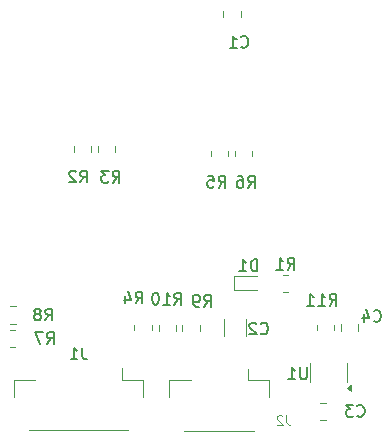
<source format=gbr>
%TF.GenerationSoftware,KiCad,Pcbnew,8.0.4+1*%
%TF.CreationDate,2024-10-18T12:55:20+00:00*%
%TF.ProjectId,TFGPSLITE01,54464750-534c-4495-9445-30312e6b6963,rev?*%
%TF.SameCoordinates,Original*%
%TF.FileFunction,Legend,Bot*%
%TF.FilePolarity,Positive*%
%FSLAX46Y46*%
G04 Gerber Fmt 4.6, Leading zero omitted, Abs format (unit mm)*
G04 Created by KiCad (PCBNEW 8.0.4+1) date 2024-10-18 12:55:20*
%MOMM*%
%LPD*%
G01*
G04 APERTURE LIST*
%ADD10C,0.150000*%
%ADD11C,0.100000*%
%ADD12C,0.120000*%
G04 APERTURE END LIST*
D10*
X129306666Y-103654819D02*
X129639999Y-103178628D01*
X129878094Y-103654819D02*
X129878094Y-102654819D01*
X129878094Y-102654819D02*
X129497142Y-102654819D01*
X129497142Y-102654819D02*
X129401904Y-102702438D01*
X129401904Y-102702438D02*
X129354285Y-102750057D01*
X129354285Y-102750057D02*
X129306666Y-102845295D01*
X129306666Y-102845295D02*
X129306666Y-102988152D01*
X129306666Y-102988152D02*
X129354285Y-103083390D01*
X129354285Y-103083390D02*
X129401904Y-103131009D01*
X129401904Y-103131009D02*
X129497142Y-103178628D01*
X129497142Y-103178628D02*
X129878094Y-103178628D01*
X128925713Y-102750057D02*
X128878094Y-102702438D01*
X128878094Y-102702438D02*
X128782856Y-102654819D01*
X128782856Y-102654819D02*
X128544761Y-102654819D01*
X128544761Y-102654819D02*
X128449523Y-102702438D01*
X128449523Y-102702438D02*
X128401904Y-102750057D01*
X128401904Y-102750057D02*
X128354285Y-102845295D01*
X128354285Y-102845295D02*
X128354285Y-102940533D01*
X128354285Y-102940533D02*
X128401904Y-103083390D01*
X128401904Y-103083390D02*
X128973332Y-103654819D01*
X128973332Y-103654819D02*
X128354285Y-103654819D01*
X139786666Y-114174819D02*
X140119999Y-113698628D01*
X140358094Y-114174819D02*
X140358094Y-113174819D01*
X140358094Y-113174819D02*
X139977142Y-113174819D01*
X139977142Y-113174819D02*
X139881904Y-113222438D01*
X139881904Y-113222438D02*
X139834285Y-113270057D01*
X139834285Y-113270057D02*
X139786666Y-113365295D01*
X139786666Y-113365295D02*
X139786666Y-113508152D01*
X139786666Y-113508152D02*
X139834285Y-113603390D01*
X139834285Y-113603390D02*
X139881904Y-113651009D01*
X139881904Y-113651009D02*
X139977142Y-113698628D01*
X139977142Y-113698628D02*
X140358094Y-113698628D01*
X139310475Y-114174819D02*
X139119999Y-114174819D01*
X139119999Y-114174819D02*
X139024761Y-114127200D01*
X139024761Y-114127200D02*
X138977142Y-114079580D01*
X138977142Y-114079580D02*
X138881904Y-113936723D01*
X138881904Y-113936723D02*
X138834285Y-113746247D01*
X138834285Y-113746247D02*
X138834285Y-113365295D01*
X138834285Y-113365295D02*
X138881904Y-113270057D01*
X138881904Y-113270057D02*
X138929523Y-113222438D01*
X138929523Y-113222438D02*
X139024761Y-113174819D01*
X139024761Y-113174819D02*
X139215237Y-113174819D01*
X139215237Y-113174819D02*
X139310475Y-113222438D01*
X139310475Y-113222438D02*
X139358094Y-113270057D01*
X139358094Y-113270057D02*
X139405713Y-113365295D01*
X139405713Y-113365295D02*
X139405713Y-113603390D01*
X139405713Y-113603390D02*
X139358094Y-113698628D01*
X139358094Y-113698628D02*
X139310475Y-113746247D01*
X139310475Y-113746247D02*
X139215237Y-113793866D01*
X139215237Y-113793866D02*
X139024761Y-113793866D01*
X139024761Y-113793866D02*
X138929523Y-113746247D01*
X138929523Y-113746247D02*
X138881904Y-113698628D01*
X138881904Y-113698628D02*
X138834285Y-113603390D01*
X143496666Y-104104819D02*
X143829999Y-103628628D01*
X144068094Y-104104819D02*
X144068094Y-103104819D01*
X144068094Y-103104819D02*
X143687142Y-103104819D01*
X143687142Y-103104819D02*
X143591904Y-103152438D01*
X143591904Y-103152438D02*
X143544285Y-103200057D01*
X143544285Y-103200057D02*
X143496666Y-103295295D01*
X143496666Y-103295295D02*
X143496666Y-103438152D01*
X143496666Y-103438152D02*
X143544285Y-103533390D01*
X143544285Y-103533390D02*
X143591904Y-103581009D01*
X143591904Y-103581009D02*
X143687142Y-103628628D01*
X143687142Y-103628628D02*
X144068094Y-103628628D01*
X142639523Y-103104819D02*
X142829999Y-103104819D01*
X142829999Y-103104819D02*
X142925237Y-103152438D01*
X142925237Y-103152438D02*
X142972856Y-103200057D01*
X142972856Y-103200057D02*
X143068094Y-103342914D01*
X143068094Y-103342914D02*
X143115713Y-103533390D01*
X143115713Y-103533390D02*
X143115713Y-103914342D01*
X143115713Y-103914342D02*
X143068094Y-104009580D01*
X143068094Y-104009580D02*
X143020475Y-104057200D01*
X143020475Y-104057200D02*
X142925237Y-104104819D01*
X142925237Y-104104819D02*
X142734761Y-104104819D01*
X142734761Y-104104819D02*
X142639523Y-104057200D01*
X142639523Y-104057200D02*
X142591904Y-104009580D01*
X142591904Y-104009580D02*
X142544285Y-103914342D01*
X142544285Y-103914342D02*
X142544285Y-103676247D01*
X142544285Y-103676247D02*
X142591904Y-103581009D01*
X142591904Y-103581009D02*
X142639523Y-103533390D01*
X142639523Y-103533390D02*
X142734761Y-103485771D01*
X142734761Y-103485771D02*
X142925237Y-103485771D01*
X142925237Y-103485771D02*
X143020475Y-103533390D01*
X143020475Y-103533390D02*
X143068094Y-103581009D01*
X143068094Y-103581009D02*
X143115713Y-103676247D01*
X141006666Y-104094819D02*
X141339999Y-103618628D01*
X141578094Y-104094819D02*
X141578094Y-103094819D01*
X141578094Y-103094819D02*
X141197142Y-103094819D01*
X141197142Y-103094819D02*
X141101904Y-103142438D01*
X141101904Y-103142438D02*
X141054285Y-103190057D01*
X141054285Y-103190057D02*
X141006666Y-103285295D01*
X141006666Y-103285295D02*
X141006666Y-103428152D01*
X141006666Y-103428152D02*
X141054285Y-103523390D01*
X141054285Y-103523390D02*
X141101904Y-103571009D01*
X141101904Y-103571009D02*
X141197142Y-103618628D01*
X141197142Y-103618628D02*
X141578094Y-103618628D01*
X140101904Y-103094819D02*
X140578094Y-103094819D01*
X140578094Y-103094819D02*
X140625713Y-103571009D01*
X140625713Y-103571009D02*
X140578094Y-103523390D01*
X140578094Y-103523390D02*
X140482856Y-103475771D01*
X140482856Y-103475771D02*
X140244761Y-103475771D01*
X140244761Y-103475771D02*
X140149523Y-103523390D01*
X140149523Y-103523390D02*
X140101904Y-103571009D01*
X140101904Y-103571009D02*
X140054285Y-103666247D01*
X140054285Y-103666247D02*
X140054285Y-103904342D01*
X140054285Y-103904342D02*
X140101904Y-103999580D01*
X140101904Y-103999580D02*
X140149523Y-104047200D01*
X140149523Y-104047200D02*
X140244761Y-104094819D01*
X140244761Y-104094819D02*
X140482856Y-104094819D01*
X140482856Y-104094819D02*
X140578094Y-104047200D01*
X140578094Y-104047200D02*
X140625713Y-103999580D01*
X132036666Y-103664819D02*
X132369999Y-103188628D01*
X132608094Y-103664819D02*
X132608094Y-102664819D01*
X132608094Y-102664819D02*
X132227142Y-102664819D01*
X132227142Y-102664819D02*
X132131904Y-102712438D01*
X132131904Y-102712438D02*
X132084285Y-102760057D01*
X132084285Y-102760057D02*
X132036666Y-102855295D01*
X132036666Y-102855295D02*
X132036666Y-102998152D01*
X132036666Y-102998152D02*
X132084285Y-103093390D01*
X132084285Y-103093390D02*
X132131904Y-103141009D01*
X132131904Y-103141009D02*
X132227142Y-103188628D01*
X132227142Y-103188628D02*
X132608094Y-103188628D01*
X131703332Y-102664819D02*
X131084285Y-102664819D01*
X131084285Y-102664819D02*
X131417618Y-103045771D01*
X131417618Y-103045771D02*
X131274761Y-103045771D01*
X131274761Y-103045771D02*
X131179523Y-103093390D01*
X131179523Y-103093390D02*
X131131904Y-103141009D01*
X131131904Y-103141009D02*
X131084285Y-103236247D01*
X131084285Y-103236247D02*
X131084285Y-103474342D01*
X131084285Y-103474342D02*
X131131904Y-103569580D01*
X131131904Y-103569580D02*
X131179523Y-103617200D01*
X131179523Y-103617200D02*
X131274761Y-103664819D01*
X131274761Y-103664819D02*
X131560475Y-103664819D01*
X131560475Y-103664819D02*
X131655713Y-103617200D01*
X131655713Y-103617200D02*
X131703332Y-103569580D01*
X146846666Y-111034819D02*
X147179999Y-110558628D01*
X147418094Y-111034819D02*
X147418094Y-110034819D01*
X147418094Y-110034819D02*
X147037142Y-110034819D01*
X147037142Y-110034819D02*
X146941904Y-110082438D01*
X146941904Y-110082438D02*
X146894285Y-110130057D01*
X146894285Y-110130057D02*
X146846666Y-110225295D01*
X146846666Y-110225295D02*
X146846666Y-110368152D01*
X146846666Y-110368152D02*
X146894285Y-110463390D01*
X146894285Y-110463390D02*
X146941904Y-110511009D01*
X146941904Y-110511009D02*
X147037142Y-110558628D01*
X147037142Y-110558628D02*
X147418094Y-110558628D01*
X145894285Y-111034819D02*
X146465713Y-111034819D01*
X146179999Y-111034819D02*
X146179999Y-110034819D01*
X146179999Y-110034819D02*
X146275237Y-110177676D01*
X146275237Y-110177676D02*
X146370475Y-110272914D01*
X146370475Y-110272914D02*
X146465713Y-110320533D01*
X148491904Y-119304819D02*
X148491904Y-120114342D01*
X148491904Y-120114342D02*
X148444285Y-120209580D01*
X148444285Y-120209580D02*
X148396666Y-120257200D01*
X148396666Y-120257200D02*
X148301428Y-120304819D01*
X148301428Y-120304819D02*
X148110952Y-120304819D01*
X148110952Y-120304819D02*
X148015714Y-120257200D01*
X148015714Y-120257200D02*
X147968095Y-120209580D01*
X147968095Y-120209580D02*
X147920476Y-120114342D01*
X147920476Y-120114342D02*
X147920476Y-119304819D01*
X146920476Y-120304819D02*
X147491904Y-120304819D01*
X147206190Y-120304819D02*
X147206190Y-119304819D01*
X147206190Y-119304819D02*
X147301428Y-119447676D01*
X147301428Y-119447676D02*
X147396666Y-119542914D01*
X147396666Y-119542914D02*
X147491904Y-119590533D01*
X142916666Y-92149580D02*
X142964285Y-92197200D01*
X142964285Y-92197200D02*
X143107142Y-92244819D01*
X143107142Y-92244819D02*
X143202380Y-92244819D01*
X143202380Y-92244819D02*
X143345237Y-92197200D01*
X143345237Y-92197200D02*
X143440475Y-92101961D01*
X143440475Y-92101961D02*
X143488094Y-92006723D01*
X143488094Y-92006723D02*
X143535713Y-91816247D01*
X143535713Y-91816247D02*
X143535713Y-91673390D01*
X143535713Y-91673390D02*
X143488094Y-91482914D01*
X143488094Y-91482914D02*
X143440475Y-91387676D01*
X143440475Y-91387676D02*
X143345237Y-91292438D01*
X143345237Y-91292438D02*
X143202380Y-91244819D01*
X143202380Y-91244819D02*
X143107142Y-91244819D01*
X143107142Y-91244819D02*
X142964285Y-91292438D01*
X142964285Y-91292438D02*
X142916666Y-91340057D01*
X141964285Y-92244819D02*
X142535713Y-92244819D01*
X142249999Y-92244819D02*
X142249999Y-91244819D01*
X142249999Y-91244819D02*
X142345237Y-91387676D01*
X142345237Y-91387676D02*
X142440475Y-91482914D01*
X142440475Y-91482914D02*
X142535713Y-91530533D01*
X137272857Y-113994819D02*
X137606190Y-113518628D01*
X137844285Y-113994819D02*
X137844285Y-112994819D01*
X137844285Y-112994819D02*
X137463333Y-112994819D01*
X137463333Y-112994819D02*
X137368095Y-113042438D01*
X137368095Y-113042438D02*
X137320476Y-113090057D01*
X137320476Y-113090057D02*
X137272857Y-113185295D01*
X137272857Y-113185295D02*
X137272857Y-113328152D01*
X137272857Y-113328152D02*
X137320476Y-113423390D01*
X137320476Y-113423390D02*
X137368095Y-113471009D01*
X137368095Y-113471009D02*
X137463333Y-113518628D01*
X137463333Y-113518628D02*
X137844285Y-113518628D01*
X136320476Y-113994819D02*
X136891904Y-113994819D01*
X136606190Y-113994819D02*
X136606190Y-112994819D01*
X136606190Y-112994819D02*
X136701428Y-113137676D01*
X136701428Y-113137676D02*
X136796666Y-113232914D01*
X136796666Y-113232914D02*
X136891904Y-113280533D01*
X135701428Y-112994819D02*
X135606190Y-112994819D01*
X135606190Y-112994819D02*
X135510952Y-113042438D01*
X135510952Y-113042438D02*
X135463333Y-113090057D01*
X135463333Y-113090057D02*
X135415714Y-113185295D01*
X135415714Y-113185295D02*
X135368095Y-113375771D01*
X135368095Y-113375771D02*
X135368095Y-113613866D01*
X135368095Y-113613866D02*
X135415714Y-113804342D01*
X135415714Y-113804342D02*
X135463333Y-113899580D01*
X135463333Y-113899580D02*
X135510952Y-113947200D01*
X135510952Y-113947200D02*
X135606190Y-113994819D01*
X135606190Y-113994819D02*
X135701428Y-113994819D01*
X135701428Y-113994819D02*
X135796666Y-113947200D01*
X135796666Y-113947200D02*
X135844285Y-113899580D01*
X135844285Y-113899580D02*
X135891904Y-113804342D01*
X135891904Y-113804342D02*
X135939523Y-113613866D01*
X135939523Y-113613866D02*
X135939523Y-113375771D01*
X135939523Y-113375771D02*
X135891904Y-113185295D01*
X135891904Y-113185295D02*
X135844285Y-113090057D01*
X135844285Y-113090057D02*
X135796666Y-113042438D01*
X135796666Y-113042438D02*
X135701428Y-112994819D01*
X126476666Y-117334819D02*
X126809999Y-116858628D01*
X127048094Y-117334819D02*
X127048094Y-116334819D01*
X127048094Y-116334819D02*
X126667142Y-116334819D01*
X126667142Y-116334819D02*
X126571904Y-116382438D01*
X126571904Y-116382438D02*
X126524285Y-116430057D01*
X126524285Y-116430057D02*
X126476666Y-116525295D01*
X126476666Y-116525295D02*
X126476666Y-116668152D01*
X126476666Y-116668152D02*
X126524285Y-116763390D01*
X126524285Y-116763390D02*
X126571904Y-116811009D01*
X126571904Y-116811009D02*
X126667142Y-116858628D01*
X126667142Y-116858628D02*
X127048094Y-116858628D01*
X126143332Y-116334819D02*
X125476666Y-116334819D01*
X125476666Y-116334819D02*
X125905237Y-117334819D01*
X133976666Y-113904819D02*
X134309999Y-113428628D01*
X134548094Y-113904819D02*
X134548094Y-112904819D01*
X134548094Y-112904819D02*
X134167142Y-112904819D01*
X134167142Y-112904819D02*
X134071904Y-112952438D01*
X134071904Y-112952438D02*
X134024285Y-113000057D01*
X134024285Y-113000057D02*
X133976666Y-113095295D01*
X133976666Y-113095295D02*
X133976666Y-113238152D01*
X133976666Y-113238152D02*
X134024285Y-113333390D01*
X134024285Y-113333390D02*
X134071904Y-113381009D01*
X134071904Y-113381009D02*
X134167142Y-113428628D01*
X134167142Y-113428628D02*
X134548094Y-113428628D01*
X133119523Y-113238152D02*
X133119523Y-113904819D01*
X133357618Y-112857200D02*
X133595713Y-113571485D01*
X133595713Y-113571485D02*
X132976666Y-113571485D01*
X154146666Y-115359580D02*
X154194285Y-115407200D01*
X154194285Y-115407200D02*
X154337142Y-115454819D01*
X154337142Y-115454819D02*
X154432380Y-115454819D01*
X154432380Y-115454819D02*
X154575237Y-115407200D01*
X154575237Y-115407200D02*
X154670475Y-115311961D01*
X154670475Y-115311961D02*
X154718094Y-115216723D01*
X154718094Y-115216723D02*
X154765713Y-115026247D01*
X154765713Y-115026247D02*
X154765713Y-114883390D01*
X154765713Y-114883390D02*
X154718094Y-114692914D01*
X154718094Y-114692914D02*
X154670475Y-114597676D01*
X154670475Y-114597676D02*
X154575237Y-114502438D01*
X154575237Y-114502438D02*
X154432380Y-114454819D01*
X154432380Y-114454819D02*
X154337142Y-114454819D01*
X154337142Y-114454819D02*
X154194285Y-114502438D01*
X154194285Y-114502438D02*
X154146666Y-114550057D01*
X153289523Y-114788152D02*
X153289523Y-115454819D01*
X153527618Y-114407200D02*
X153765713Y-115121485D01*
X153765713Y-115121485D02*
X153146666Y-115121485D01*
X144298094Y-111174819D02*
X144298094Y-110174819D01*
X144298094Y-110174819D02*
X144059999Y-110174819D01*
X144059999Y-110174819D02*
X143917142Y-110222438D01*
X143917142Y-110222438D02*
X143821904Y-110317676D01*
X143821904Y-110317676D02*
X143774285Y-110412914D01*
X143774285Y-110412914D02*
X143726666Y-110603390D01*
X143726666Y-110603390D02*
X143726666Y-110746247D01*
X143726666Y-110746247D02*
X143774285Y-110936723D01*
X143774285Y-110936723D02*
X143821904Y-111031961D01*
X143821904Y-111031961D02*
X143917142Y-111127200D01*
X143917142Y-111127200D02*
X144059999Y-111174819D01*
X144059999Y-111174819D02*
X144298094Y-111174819D01*
X142774285Y-111174819D02*
X143345713Y-111174819D01*
X143059999Y-111174819D02*
X143059999Y-110174819D01*
X143059999Y-110174819D02*
X143155237Y-110317676D01*
X143155237Y-110317676D02*
X143250475Y-110412914D01*
X143250475Y-110412914D02*
X143345713Y-110460533D01*
X152746666Y-123389580D02*
X152794285Y-123437200D01*
X152794285Y-123437200D02*
X152937142Y-123484819D01*
X152937142Y-123484819D02*
X153032380Y-123484819D01*
X153032380Y-123484819D02*
X153175237Y-123437200D01*
X153175237Y-123437200D02*
X153270475Y-123341961D01*
X153270475Y-123341961D02*
X153318094Y-123246723D01*
X153318094Y-123246723D02*
X153365713Y-123056247D01*
X153365713Y-123056247D02*
X153365713Y-122913390D01*
X153365713Y-122913390D02*
X153318094Y-122722914D01*
X153318094Y-122722914D02*
X153270475Y-122627676D01*
X153270475Y-122627676D02*
X153175237Y-122532438D01*
X153175237Y-122532438D02*
X153032380Y-122484819D01*
X153032380Y-122484819D02*
X152937142Y-122484819D01*
X152937142Y-122484819D02*
X152794285Y-122532438D01*
X152794285Y-122532438D02*
X152746666Y-122580057D01*
X152413332Y-122484819D02*
X151794285Y-122484819D01*
X151794285Y-122484819D02*
X152127618Y-122865771D01*
X152127618Y-122865771D02*
X151984761Y-122865771D01*
X151984761Y-122865771D02*
X151889523Y-122913390D01*
X151889523Y-122913390D02*
X151841904Y-122961009D01*
X151841904Y-122961009D02*
X151794285Y-123056247D01*
X151794285Y-123056247D02*
X151794285Y-123294342D01*
X151794285Y-123294342D02*
X151841904Y-123389580D01*
X151841904Y-123389580D02*
X151889523Y-123437200D01*
X151889523Y-123437200D02*
X151984761Y-123484819D01*
X151984761Y-123484819D02*
X152270475Y-123484819D01*
X152270475Y-123484819D02*
X152365713Y-123437200D01*
X152365713Y-123437200D02*
X152413332Y-123389580D01*
X129473333Y-117634819D02*
X129473333Y-118349104D01*
X129473333Y-118349104D02*
X129520952Y-118491961D01*
X129520952Y-118491961D02*
X129616190Y-118587200D01*
X129616190Y-118587200D02*
X129759047Y-118634819D01*
X129759047Y-118634819D02*
X129854285Y-118634819D01*
X128473333Y-118634819D02*
X129044761Y-118634819D01*
X128759047Y-118634819D02*
X128759047Y-117634819D01*
X128759047Y-117634819D02*
X128854285Y-117777676D01*
X128854285Y-117777676D02*
X128949523Y-117872914D01*
X128949523Y-117872914D02*
X129044761Y-117920533D01*
X126346666Y-115334819D02*
X126679999Y-114858628D01*
X126918094Y-115334819D02*
X126918094Y-114334819D01*
X126918094Y-114334819D02*
X126537142Y-114334819D01*
X126537142Y-114334819D02*
X126441904Y-114382438D01*
X126441904Y-114382438D02*
X126394285Y-114430057D01*
X126394285Y-114430057D02*
X126346666Y-114525295D01*
X126346666Y-114525295D02*
X126346666Y-114668152D01*
X126346666Y-114668152D02*
X126394285Y-114763390D01*
X126394285Y-114763390D02*
X126441904Y-114811009D01*
X126441904Y-114811009D02*
X126537142Y-114858628D01*
X126537142Y-114858628D02*
X126918094Y-114858628D01*
X125775237Y-114763390D02*
X125870475Y-114715771D01*
X125870475Y-114715771D02*
X125918094Y-114668152D01*
X125918094Y-114668152D02*
X125965713Y-114572914D01*
X125965713Y-114572914D02*
X125965713Y-114525295D01*
X125965713Y-114525295D02*
X125918094Y-114430057D01*
X125918094Y-114430057D02*
X125870475Y-114382438D01*
X125870475Y-114382438D02*
X125775237Y-114334819D01*
X125775237Y-114334819D02*
X125584761Y-114334819D01*
X125584761Y-114334819D02*
X125489523Y-114382438D01*
X125489523Y-114382438D02*
X125441904Y-114430057D01*
X125441904Y-114430057D02*
X125394285Y-114525295D01*
X125394285Y-114525295D02*
X125394285Y-114572914D01*
X125394285Y-114572914D02*
X125441904Y-114668152D01*
X125441904Y-114668152D02*
X125489523Y-114715771D01*
X125489523Y-114715771D02*
X125584761Y-114763390D01*
X125584761Y-114763390D02*
X125775237Y-114763390D01*
X125775237Y-114763390D02*
X125870475Y-114811009D01*
X125870475Y-114811009D02*
X125918094Y-114858628D01*
X125918094Y-114858628D02*
X125965713Y-114953866D01*
X125965713Y-114953866D02*
X125965713Y-115144342D01*
X125965713Y-115144342D02*
X125918094Y-115239580D01*
X125918094Y-115239580D02*
X125870475Y-115287200D01*
X125870475Y-115287200D02*
X125775237Y-115334819D01*
X125775237Y-115334819D02*
X125584761Y-115334819D01*
X125584761Y-115334819D02*
X125489523Y-115287200D01*
X125489523Y-115287200D02*
X125441904Y-115239580D01*
X125441904Y-115239580D02*
X125394285Y-115144342D01*
X125394285Y-115144342D02*
X125394285Y-114953866D01*
X125394285Y-114953866D02*
X125441904Y-114858628D01*
X125441904Y-114858628D02*
X125489523Y-114811009D01*
X125489523Y-114811009D02*
X125584761Y-114763390D01*
D11*
X146746666Y-123354895D02*
X146746666Y-123926323D01*
X146746666Y-123926323D02*
X146784761Y-124040609D01*
X146784761Y-124040609D02*
X146860952Y-124116800D01*
X146860952Y-124116800D02*
X146975237Y-124154895D01*
X146975237Y-124154895D02*
X147051428Y-124154895D01*
X146403809Y-123431085D02*
X146365713Y-123392990D01*
X146365713Y-123392990D02*
X146289523Y-123354895D01*
X146289523Y-123354895D02*
X146099047Y-123354895D01*
X146099047Y-123354895D02*
X146022856Y-123392990D01*
X146022856Y-123392990D02*
X145984761Y-123431085D01*
X145984761Y-123431085D02*
X145946666Y-123507276D01*
X145946666Y-123507276D02*
X145946666Y-123583466D01*
X145946666Y-123583466D02*
X145984761Y-123697752D01*
X145984761Y-123697752D02*
X146441904Y-124154895D01*
X146441904Y-124154895D02*
X145946666Y-124154895D01*
D10*
X144576666Y-116429580D02*
X144624285Y-116477200D01*
X144624285Y-116477200D02*
X144767142Y-116524819D01*
X144767142Y-116524819D02*
X144862380Y-116524819D01*
X144862380Y-116524819D02*
X145005237Y-116477200D01*
X145005237Y-116477200D02*
X145100475Y-116381961D01*
X145100475Y-116381961D02*
X145148094Y-116286723D01*
X145148094Y-116286723D02*
X145195713Y-116096247D01*
X145195713Y-116096247D02*
X145195713Y-115953390D01*
X145195713Y-115953390D02*
X145148094Y-115762914D01*
X145148094Y-115762914D02*
X145100475Y-115667676D01*
X145100475Y-115667676D02*
X145005237Y-115572438D01*
X145005237Y-115572438D02*
X144862380Y-115524819D01*
X144862380Y-115524819D02*
X144767142Y-115524819D01*
X144767142Y-115524819D02*
X144624285Y-115572438D01*
X144624285Y-115572438D02*
X144576666Y-115620057D01*
X144195713Y-115620057D02*
X144148094Y-115572438D01*
X144148094Y-115572438D02*
X144052856Y-115524819D01*
X144052856Y-115524819D02*
X143814761Y-115524819D01*
X143814761Y-115524819D02*
X143719523Y-115572438D01*
X143719523Y-115572438D02*
X143671904Y-115620057D01*
X143671904Y-115620057D02*
X143624285Y-115715295D01*
X143624285Y-115715295D02*
X143624285Y-115810533D01*
X143624285Y-115810533D02*
X143671904Y-115953390D01*
X143671904Y-115953390D02*
X144243332Y-116524819D01*
X144243332Y-116524819D02*
X143624285Y-116524819D01*
X150402857Y-114084819D02*
X150736190Y-113608628D01*
X150974285Y-114084819D02*
X150974285Y-113084819D01*
X150974285Y-113084819D02*
X150593333Y-113084819D01*
X150593333Y-113084819D02*
X150498095Y-113132438D01*
X150498095Y-113132438D02*
X150450476Y-113180057D01*
X150450476Y-113180057D02*
X150402857Y-113275295D01*
X150402857Y-113275295D02*
X150402857Y-113418152D01*
X150402857Y-113418152D02*
X150450476Y-113513390D01*
X150450476Y-113513390D02*
X150498095Y-113561009D01*
X150498095Y-113561009D02*
X150593333Y-113608628D01*
X150593333Y-113608628D02*
X150974285Y-113608628D01*
X149450476Y-114084819D02*
X150021904Y-114084819D01*
X149736190Y-114084819D02*
X149736190Y-113084819D01*
X149736190Y-113084819D02*
X149831428Y-113227676D01*
X149831428Y-113227676D02*
X149926666Y-113322914D01*
X149926666Y-113322914D02*
X150021904Y-113370533D01*
X148498095Y-114084819D02*
X149069523Y-114084819D01*
X148783809Y-114084819D02*
X148783809Y-113084819D01*
X148783809Y-113084819D02*
X148879047Y-113227676D01*
X148879047Y-113227676D02*
X148974285Y-113322914D01*
X148974285Y-113322914D02*
X149069523Y-113370533D01*
D12*
%TO.C,R2*%
X128765000Y-101047064D02*
X128765000Y-100592936D01*
X130235000Y-101047064D02*
X130235000Y-100592936D01*
%TO.C,R9*%
X137955000Y-115752936D02*
X137955000Y-116207064D01*
X139425000Y-115752936D02*
X139425000Y-116207064D01*
%TO.C,R6*%
X142395000Y-101002936D02*
X142395000Y-101457064D01*
X143865000Y-101002936D02*
X143865000Y-101457064D01*
%TO.C,R5*%
X140365000Y-100992936D02*
X140365000Y-101447064D01*
X141835000Y-100992936D02*
X141835000Y-101447064D01*
%TO.C,R3*%
X130775000Y-101047064D02*
X130775000Y-100592936D01*
X132245000Y-101047064D02*
X132245000Y-100592936D01*
%TO.C,R1*%
X146452936Y-111495000D02*
X146907064Y-111495000D01*
X146452936Y-112965000D02*
X146907064Y-112965000D01*
%TO.C,U1*%
X148792500Y-118985000D02*
X148792500Y-119785000D01*
X148792500Y-120585000D02*
X148792500Y-119785000D01*
X151912500Y-118985000D02*
X151912500Y-119785000D01*
X151912500Y-120585000D02*
X151912500Y-119785000D01*
X152192500Y-121325000D02*
X151862500Y-121085000D01*
X152192500Y-120845000D01*
X152192500Y-121325000D01*
G36*
X152192500Y-121325000D02*
G01*
X151862500Y-121085000D01*
X152192500Y-120845000D01*
X152192500Y-121325000D01*
G37*
%TO.C,C1*%
X141405000Y-89118748D02*
X141405000Y-89641252D01*
X142875000Y-89118748D02*
X142875000Y-89641252D01*
%TO.C,R10*%
X135925000Y-115742936D02*
X135925000Y-116197064D01*
X137395000Y-115742936D02*
X137395000Y-116197064D01*
%TO.C,R7*%
X123807064Y-116135000D02*
X123352936Y-116135000D01*
X123807064Y-117605000D02*
X123352936Y-117605000D01*
%TO.C,R4*%
X133885000Y-116167064D02*
X133885000Y-115712936D01*
X135355000Y-116167064D02*
X135355000Y-115712936D01*
%TO.C,C4*%
X151355000Y-115683748D02*
X151355000Y-116206252D01*
X152825000Y-115683748D02*
X152825000Y-116206252D01*
%TO.C,D1*%
X142297500Y-111580000D02*
X142297500Y-112780000D01*
X142297500Y-111580000D02*
X144257500Y-111580000D01*
X142297500Y-112780000D02*
X144257500Y-112780000D01*
%TO.C,C3*%
X150083752Y-122310000D02*
X149561248Y-122310000D01*
X150083752Y-123780000D02*
X149561248Y-123780000D01*
%TO.C,J1*%
X123655000Y-120370000D02*
X123655000Y-121820000D01*
X124925000Y-124640000D02*
X133355000Y-124640000D01*
X125455000Y-120370000D02*
X123655000Y-120370000D01*
X132825000Y-119380000D02*
X132825000Y-120370000D01*
X132825000Y-120370000D02*
X134625000Y-120370000D01*
X134625000Y-120370000D02*
X134625000Y-121820000D01*
%TO.C,R8*%
X123817064Y-114135000D02*
X123362936Y-114135000D01*
X123817064Y-115605000D02*
X123362936Y-115605000D01*
%TO.C,J2*%
X136835000Y-120410000D02*
X136835000Y-121860000D01*
X138105000Y-124680000D02*
X144035000Y-124680000D01*
X138635000Y-120410000D02*
X136835000Y-120410000D01*
X143505000Y-119420000D02*
X143505000Y-120410000D01*
X143505000Y-120410000D02*
X145305000Y-120410000D01*
X145305000Y-120410000D02*
X145305000Y-121860000D01*
%TO.C,C2*%
X141490000Y-116697064D02*
X141490000Y-115242936D01*
X143310000Y-116697064D02*
X143310000Y-115242936D01*
%TO.C,R11*%
X149335000Y-115697936D02*
X149335000Y-116152064D01*
X150805000Y-115697936D02*
X150805000Y-116152064D01*
%TD*%
M02*

</source>
